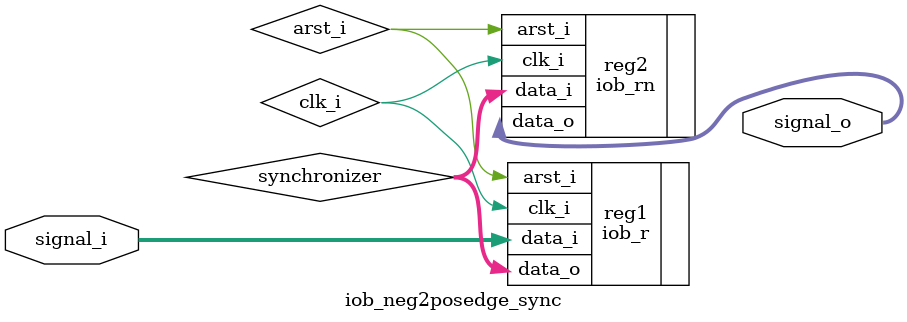
<source format=v>
`timescale 1ns / 1ps
`include "iob_reg_conf.vh"

module iob_neg2posedge_sync #(
   parameter DATA_W  = 21,
   parameter RST_VAL = {2*DATA_W{1'b0}}
) (
   `include "clk_en_rst_s_port.vs"
   input      [DATA_W-1:0] signal_i,
   output reg [DATA_W-1:0] signal_o
);
   
   reg [DATA_W-1:0] synchronizer;
 
   iob_r #(
           .DATA_W  (DATA_W),
           .RST_VAL (RST_VAL)
           )     
   reg1 (
         .clk_i(clk_i),
         .arst_i(arst_i),
         .data_i(signal_i),
         .data_o(synchronizer)
         );
   
   iob_rn #(
          .DATA_W(DATA_W),
          .RST_VAL(RST_VAL)
          )
   reg2 (
         .clk_i(clk_i),
         .arst_i(arst_i),
         .data_i(synchronizer),
         .data_o(signal_o)
         );
   
endmodule

</source>
